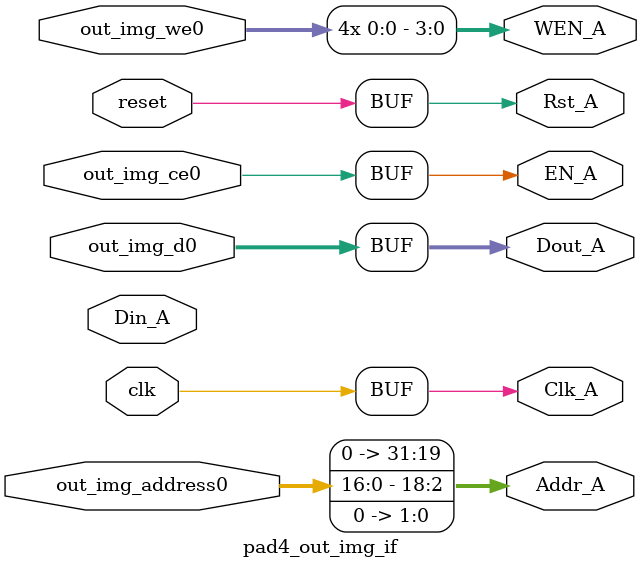
<source format=v>

`timescale 1ns/1ps

module pad4_out_img_if (
    // system singals
    input  wire        clk,
    input  wire        reset,
    // user signals
    input  wire [16:0] out_img_address0,
    input  wire        out_img_ce0,
    input  wire        out_img_we0,
    input  wire [31:0] out_img_d0,
    // bus signals
    output wire        Clk_A,
    output wire        Rst_A,
    output wire        EN_A,
    output wire [3:0]  WEN_A,
    output wire [31:0] Addr_A,
    output wire [31:0] Dout_A,
    input  wire [31:0] Din_A
);
//------------------------Body---------------------------
assign Clk_A  = clk;
assign Rst_A  = reset;
assign EN_A   = out_img_ce0;
assign Addr_A = {out_img_address0, 2'b0};
assign WEN_A  = {4{out_img_we0}};
assign Dout_A = out_img_d0;

endmodule

</source>
